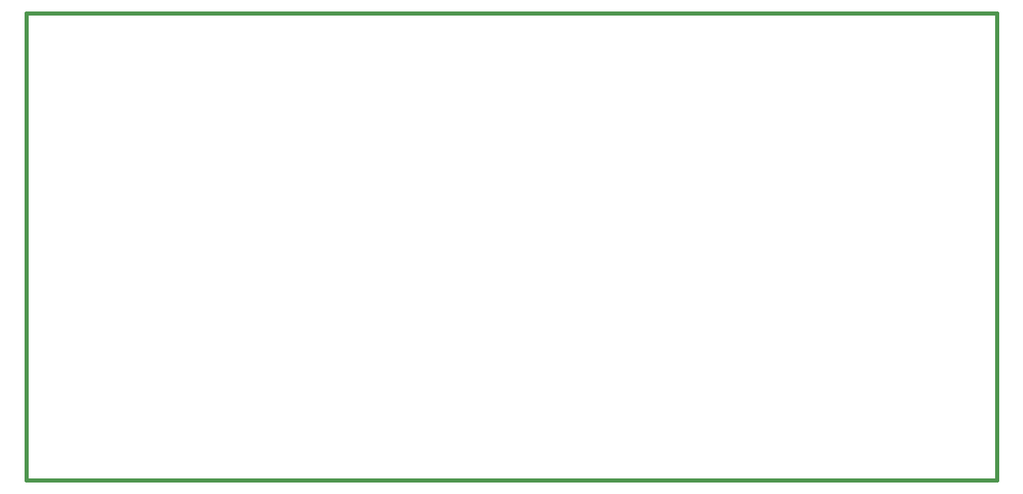
<source format=gbr>
G04 (created by PCBNEW-RS274X (2011-12-21 BZR 3253)-stable) date 11/04/2013 12:13:17*
G01*
G70*
G90*
%MOIN*%
G04 Gerber Fmt 3.4, Leading zero omitted, Abs format*
%FSLAX34Y34*%
G04 APERTURE LIST*
%ADD10C,0.006000*%
%ADD11C,0.015000*%
G04 APERTURE END LIST*
G54D10*
G54D11*
X10500Y-27250D02*
X10500Y-08250D01*
X50000Y-08250D02*
X50000Y-27250D01*
X50000Y-27250D02*
X10500Y-27250D01*
X10500Y-08250D02*
X50000Y-08250D01*
M02*

</source>
